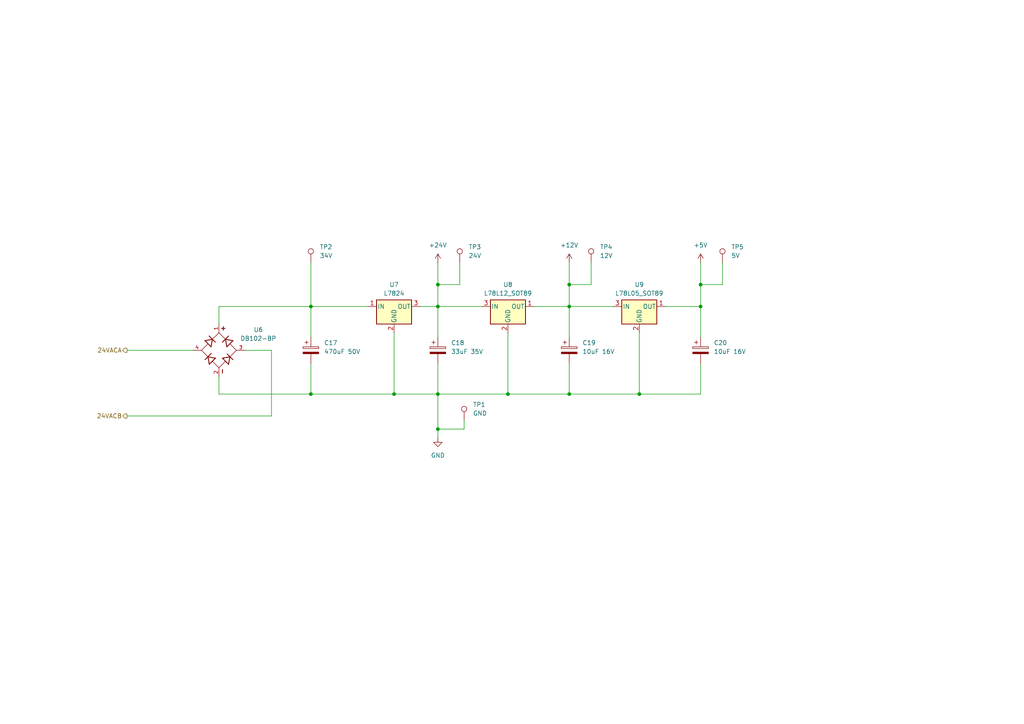
<source format=kicad_sch>
(kicad_sch (version 20231120) (generator "eeschema") (generator_version "8.0")
  (paper "A4")
  (lib_symbols
    (symbol "Connector:TestPoint" (pin_numbers hide) (pin_names (offset 0.762) hide)
      (property "Reference" "TP" (at 0 6.858 0))
      (property "Value" "TestPoint" (at 0 5.08 0))
      (symbol "TestPoint_0_1"
        (circle (center 0 3.302) (radius 0.762))
      )
      (symbol "TestPoint_1_1"
        (pin passive line (at 0 0 90) (length 2.54) (name "1") (number "1"))
      )
    )
    (symbol "Device:C_Polarized" (pin_numbers hide) (pin_names (offset 0.254))
      (property "Reference" "C" (at 0.635 2.54 0))
      (property "Value" "C_Polarized" (at 0.635 -2.54 0))
      (symbol "C_Polarized_0_1"
        (rectangle (start -2.286 0.508) (end 2.286 1.016))
        (polyline (pts (xy -1.778 2.286) (xy -0.762 2.286)))
        (polyline (pts (xy -1.27 2.794) (xy -1.27 1.778)))
        (rectangle (start 2.286 -0.508) (end -2.286 -1.016) (fill (type outline)))
      )
      (symbol "C_Polarized_1_1"
        (pin passive line (at 0 3.81 270) (length 2.794) (name "~") (number "1"))
        (pin passive line (at 0 -3.81 90) (length 2.794) (name "~") (number "2"))
      )
    )
    (symbol "Regulator_Linear:L7824" (pin_names (offset 0.254))
      (property "Reference" "U" (at -3.81 3.175 0))
      (property "Value" "L7824" (at 0 3.175 0))
      (symbol "L7824_0_1"
        (rectangle (start -5.08 1.905) (end 5.08 -5.08) (stroke (width 0.254)) (fill (type background)))
      )
      (symbol "L7824_1_1"
        (pin power_in line (at -7.62 0 0) (length 2.54) (name "IN") (number "1"))
        (pin power_in line (at 0 -7.62 90) (length 2.54) (name "GND") (number "2"))
        (pin power_out line (at 7.62 0 180) (length 2.54) (name "OUT") (number "3"))
      )
    )
    (symbol "Regulator_Linear:L78L05_SOT89" (pin_names (offset 0.254))
      (property "Reference" "U" (at -3.81 3.175 0))
      (property "Value" "L78L05_SOT89" (at -0.635 3.175 0))
      (symbol "L78L05_SOT89_0_1"
        (rectangle (start -5.08 1.905) (end 5.08 -5.08) (stroke (width 0.254)) (fill (type background)))
      )
      (symbol "L78L05_SOT89_1_1"
        (pin power_out line (at 7.62 0 180) (length 2.54) (name "OUT") (number "1"))
        (pin power_in line (at 0 -7.62 90) (length 2.54) (name "GND") (number "2"))
        (pin power_in line (at -7.62 0 0) (length 2.54) (name "IN") (number "3"))
      )
    )
    (symbol "Regulator_Linear:L78L12_SOT89" (pin_names (offset 0.254))
      (property "Reference" "U" (at -3.81 3.175 0))
      (property "Value" "L78L12_SOT89" (at -0.635 3.175 0))
      (symbol "L78L12_SOT89_0_1"
        (rectangle (start -5.08 1.905) (end 5.08 -5.08) (stroke (width 0.254)) (fill (type background)))
      )
      (symbol "L78L12_SOT89_1_1"
        (pin power_out line (at 7.62 0 180) (length 2.54) (name "OUT") (number "1"))
        (pin power_in line (at 0 -7.62 90) (length 2.54) (name "GND") (number "2"))
        (pin power_in line (at -7.62 0 0) (length 2.54) (name "IN") (number "3"))
      )
    )
    (symbol "gos:DB102-BP" (pin_names (offset 1.016))
      (property "Reference" "U" (at 5.08 5.08 0))
      (property "Value" "DB102-BP" (at 5.08 -7.62 0))
      (symbol "DB102-BP_0_0"
        (polyline (pts (xy -6.858 1.27) (xy -5.842 1.27)) (stroke (width 0.254)))
        (polyline (pts (xy -6.35 0.762) (xy -6.35 1.778)) (stroke (width 0.254)))
        (polyline (pts (xy -5.08 0) (xy -3.175 -1.905)) (stroke (width 0.1524)))
        (polyline (pts (xy -3.175 -1.905) (xy -2.794 -4.064)) (stroke (width 0.254)))
        (polyline (pts (xy -3.175 -1.905) (xy -1.016 -2.286)) (stroke (width 0.254)))
        (polyline (pts (xy -3.175 1.905) (xy -5.08 0)) (stroke (width 0.1524)))
        (polyline (pts (xy -3.175 1.905) (xy -2.794 4.064)) (stroke (width 0.254)))
        (polyline (pts (xy -3.175 1.905) (xy -1.016 2.286)) (stroke (width 0.254)))
        (polyline (pts (xy -2.3622 -1.0668) (xy -4.1402 -2.8448)) (stroke (width 0.254)))
        (polyline (pts (xy -2.3622 1.016) (xy -4.1402 2.794)) (stroke (width 0.254)))
        (polyline (pts (xy -1.016 -2.286) (xy -2.794 -4.064)) (stroke (width 0.254)))
        (polyline (pts (xy -1.016 2.286) (xy -2.794 4.064)) (stroke (width 0.254)))
        (polyline (pts (xy 0 -5.08) (xy -1.8034 -3.2766)) (stroke (width 0.1524)))
        (polyline (pts (xy 0 -5.08) (xy 1.905 -3.175)) (stroke (width 0.1524)))
        (polyline (pts (xy 0 5.08) (xy -1.8034 3.2766)) (stroke (width 0.1524)))
        (polyline (pts (xy 1.905 -3.175) (xy 2.286 -1.016)) (stroke (width 0.254)))
        (polyline (pts (xy 1.905 -3.175) (xy 4.064 -2.794)) (stroke (width 0.254)))
        (polyline (pts (xy 1.905 3.175) (xy 0 5.08)) (stroke (width 0.1524)))
        (polyline (pts (xy 1.905 3.175) (xy 2.286 1.016)) (stroke (width 0.254)))
        (polyline (pts (xy 1.905 3.175) (xy 4.064 2.794)) (stroke (width 0.254)))
        (polyline (pts (xy 2.7178 -4.0386) (xy 0.9398 -2.2606)) (stroke (width 0.254)))
        (polyline (pts (xy 2.7178 4.0386) (xy 1.0668 2.3876)) (stroke (width 0.254)))
        (polyline (pts (xy 3.2766 -1.8034) (xy 5.08 0)) (stroke (width 0.1524)))
        (polyline (pts (xy 4.064 -2.794) (xy 2.286 -1.016)) (stroke (width 0.254)))
        (polyline (pts (xy 4.064 2.794) (xy 2.286 1.016)) (stroke (width 0.254)))
        (polyline (pts (xy 5.08 0) (xy 3.2766 1.8034)) (stroke (width 0.1524)))
        (polyline (pts (xy 5.588 1.016) (xy 6.604 1.016)) (stroke (width 0.254)))
        (pin passive line (at -7.62 0 0) (length 2.54) (name "~") (number "1"))
        (pin passive line (at 7.62 0 180) (length 2.54) (name "~") (number "2"))
        (pin passive line (at 0 7.62 270) (length 2.54) (name "~") (number "3"))
        (pin passive line (at 0 -7.62 90) (length 2.54) (name "~") (number "4"))
      )
    )
    (symbol "power:+12V" (power) (pin_numbers hide) (pin_names (offset 0) hide)
      (property "Value" "+12V" (at 0 3.556 0))
      (symbol "+12V_0_1"
        (polyline (pts (xy -0.762 1.27) (xy 0 2.54)))
        (polyline (pts (xy 0 0) (xy 0 2.54)))
        (polyline (pts (xy 0 2.54) (xy 0.762 1.27)))
      )
      (symbol "+12V_1_1"
        (pin power_in line (at 0 0 90) (length 0) (name "~") (number "1"))
      )
    )
    (symbol "power:+24V" (power) (pin_numbers hide) (pin_names (offset 0) hide)
      (property "Value" "+24V" (at 0 3.556 0))
      (symbol "+24V_0_1"
        (polyline (pts (xy -0.762 1.27) (xy 0 2.54)))
        (polyline (pts (xy 0 0) (xy 0 2.54)))
        (polyline (pts (xy 0 2.54) (xy 0.762 1.27)))
      )
      (symbol "+24V_1_1"
        (pin power_in line (at 0 0 90) (length 0) (name "~") (number "1"))
      )
    )
    (symbol "power:+5V" (power) (pin_numbers hide) (pin_names (offset 0) hide)
      (property "Value" "+5V" (at 0 3.556 0))
      (symbol "+5V_0_1"
        (polyline (pts (xy -0.762 1.27) (xy 0 2.54)))
        (polyline (pts (xy 0 0) (xy 0 2.54)))
        (polyline (pts (xy 0 2.54) (xy 0.762 1.27)))
      )
      (symbol "+5V_1_1"
        (pin power_in line (at 0 0 90) (length 0) (name "~") (number "1"))
      )
    )
    (symbol "power:GND" (power) (pin_numbers hide) (pin_names (offset 0) hide)
      (property "Value" "GND" (at 0 -3.81 0))
      (symbol "GND_0_1"
        (polyline (pts (xy 0 0) (xy 0 -1.27) (xy 1.27 -1.27) (xy 0 -2.54) (xy -1.27 -1.27) (xy 0 -1.27)))
      )
      (symbol "GND_1_1"
        (pin power_in line (at 0 0 270) (length 0) (name "~") (number "1"))
      )
    )
  )
  (junction (at 147.32 114.3))
  (junction (at 165.1 114.3))
  (junction (at 127 88.9))
  (junction (at 203.2 88.9))
  (junction (at 203.2 82.55))
  (junction (at 127 82.55))
  (junction (at 165.1 88.9))
  (junction (at 90.17 114.3))
  (junction (at 90.17 88.9))
  (junction (at 114.3 114.3))
  (junction (at 165.1 82.55))
  (junction (at 185.42 114.3))
  (junction (at 127 114.3))
  (junction (at 127 124.46))
  (wire (pts (xy 185.42 96.52) (xy 185.42 114.3)))
  (wire (pts (xy 165.1 88.9) (xy 165.1 97.79)))
  (wire (pts (xy 133.35 76.2) (xy 133.35 82.55)))
  (wire (pts (xy 193.04 88.9) (xy 203.2 88.9)))
  (wire (pts (xy 127 88.9) (xy 139.7 88.9)))
  (wire (pts (xy 209.55 76.2) (xy 209.55 82.55)))
  (wire (pts (xy 63.5 88.9) (xy 90.17 88.9)))
  (wire (pts (xy 165.1 88.9) (xy 177.8 88.9)))
  (wire (pts (xy 134.62 124.46) (xy 127 124.46)))
  (wire (pts (xy 185.42 114.3) (xy 165.1 114.3)))
  (wire (pts (xy 90.17 114.3) (xy 114.3 114.3)))
  (wire (pts (xy 63.5 114.3) (xy 90.17 114.3)))
  (wire (pts (xy 114.3 96.52) (xy 114.3 114.3)))
  (wire (pts (xy 209.55 82.55) (xy 203.2 82.55)))
  (wire (pts (xy 127 114.3) (xy 147.32 114.3)))
  (wire (pts (xy 127 105.41) (xy 127 114.3)))
  (wire (pts (xy 171.45 82.55) (xy 165.1 82.55)))
  (wire (pts (xy 36.83 101.6) (xy 55.88 101.6)))
  (wire (pts (xy 114.3 114.3) (xy 127 114.3)))
  (wire (pts (xy 203.2 88.9) (xy 203.2 97.79)))
  (wire (pts (xy 78.74 101.6) (xy 71.12 101.6)))
  (wire (pts (xy 127 124.46) (xy 127 127)))
  (wire (pts (xy 147.32 114.3) (xy 165.1 114.3)))
  (wire (pts (xy 121.92 88.9) (xy 127 88.9)))
  (wire (pts (xy 165.1 114.3) (xy 165.1 105.41)))
  (wire (pts (xy 78.74 120.65) (xy 78.74 101.6)))
  (wire (pts (xy 147.32 96.52) (xy 147.32 114.3)))
  (wire (pts (xy 127 88.9) (xy 127 97.79)))
  (wire (pts (xy 90.17 114.3) (xy 90.17 105.41)))
  (wire (pts (xy 36.83 120.65) (xy 78.74 120.65)))
  (wire (pts (xy 90.17 76.2) (xy 90.17 88.9)))
  (wire (pts (xy 127 76.2) (xy 127 82.55)))
  (wire (pts (xy 154.94 88.9) (xy 165.1 88.9)))
  (wire (pts (xy 90.17 88.9) (xy 106.68 88.9)))
  (wire (pts (xy 63.5 109.22) (xy 63.5 114.3)))
  (wire (pts (xy 133.35 82.55) (xy 127 82.55)))
  (wire (pts (xy 134.62 121.92) (xy 134.62 124.46)))
  (wire (pts (xy 165.1 82.55) (xy 165.1 88.9)))
  (wire (pts (xy 203.2 114.3) (xy 185.42 114.3)))
  (wire (pts (xy 90.17 88.9) (xy 90.17 97.79)))
  (wire (pts (xy 165.1 76.2) (xy 165.1 82.55)))
  (wire (pts (xy 127 82.55) (xy 127 88.9)))
  (wire (pts (xy 171.45 76.2) (xy 171.45 82.55)))
  (wire (pts (xy 63.5 93.98) (xy 63.5 88.9)))
  (wire (pts (xy 203.2 88.9) (xy 203.2 82.55)))
  (wire (pts (xy 127 114.3) (xy 127 124.46)))
  (wire (pts (xy 203.2 105.41) (xy 203.2 114.3)))
  (wire (pts (xy 203.2 82.55) (xy 203.2 76.2)))
  (hierarchical_label "24VACA" (shape output) (at 36.83 101.6 180))
  (hierarchical_label "24VACB" (shape output) (at 36.83 120.65 180))
  (symbol (lib_id "power:+5V") (at 203.2 76.2 0) (unit 1)
    (property "Reference" "#PWR024" (effects (hide yes)))
    (property "Value" "+5V" (at 203.2 71.12 0))
    (property "Description" "Power symbol creates a global label with name \"+5V\"" (effects (hide yes)))
  )
  (symbol (lib_id "Regulator_Linear:L7824") (at 114.3 88.9 0) (unit 1)
    (property "Reference" "U7" (at 114.3 82.55 0))
    (property "Value" "L7824" (at 114.3 85.09 0))
    (property "Datasheet" "http://www.st.com/content/ccc/resource/technical/document/datasheet/41/4f/b3/b0/12/d4/47/88/CD00000444.pdf/files/CD00000444.pdf/jcr:content/translations/en.CD00000444.pdf" (effects (hide yes)))
    (property "Description" "Positive 1.5A 40V Linear Regulator, Fixed Output 24V, TO-220/TO-263/TO-252" (effects (hide yes)))
  )
  (symbol (lib_id "Connector:TestPoint") (at 133.35 76.2 0) (unit 1)
    (property "Reference" "TP3" (at 135.89 71.6279 0) (effects (justify left)))
    (property "Value" "24V" (at 135.89 74.1679 0) (effects (justify left)))
    (property "Description" "test point" (effects (hide yes)))
  )
  (symbol (lib_id "Connector:TestPoint") (at 90.17 76.2 0) (unit 1)
    (property "Reference" "TP2" (at 92.71 71.6279 0) (effects (justify left)))
    (property "Value" "34V" (at 92.71 74.1679 0) (effects (justify left)))
    (property "Description" "test point" (effects (hide yes)))
  )
  (symbol (lib_id "Device:C_Polarized") (at 203.2 101.6 0) (unit 1)
    (property "Reference" "C20" (at 207.01 99.4409 0) (effects (justify left)))
    (property "Value" "10uF 16V" (at 207.01 101.9809 0) (effects (justify left)))
    (property "Description" "Polarized capacitor" (effects (hide yes)))
  )
  (symbol (lib_id "Connector:TestPoint") (at 209.55 76.2 0) (unit 1)
    (property "Reference" "TP5" (at 212.09 71.6279 0) (effects (justify left)))
    (property "Value" "5V" (at 212.09 74.1679 0) (effects (justify left)))
    (property "Description" "test point" (effects (hide yes)))
  )
  (symbol (lib_id "Regulator_Linear:L78L12_SOT89") (at 147.32 88.9 0) (unit 1)
    (property "Reference" "U8" (at 147.32 82.55 0))
    (property "Value" "L78L12_SOT89" (at 147.32 85.09 0))
    (property "Footprint" "Package_TO_SOT_SMD:SOT-89-3" (effects (hide yes)))
    (property "Datasheet" "http://www.st.com/content/ccc/resource/technical/document/datasheet/15/55/e5/aa/23/5b/43/fd/CD00000446.pdf/files/CD00000446.pdf/jcr:content/translations/en.CD00000446.pdf" (effects (hide yes)))
    (property "Description" "Positive 100mA 30V Linear Regulator, Fixed Output 12V, SOT-89" (effects (hide yes)))
  )
  (symbol (lib_id "power:GND") (at 127 127 0) (unit 1)
    (property "Reference" "#PWR025" (effects (hide yes)))
    (property "Value" "GND" (at 127 132.08 0))
    (property "Description" "Power symbol creates a global label with name \"GND\" , ground" (effects (hide yes)))
  )
  (symbol (lib_id "Device:C_Polarized") (at 165.1 101.6 0) (unit 1)
    (property "Reference" "C19" (at 168.91 99.4409 0) (effects (justify left)))
    (property "Value" "10uF 16V" (at 168.91 101.9809 0) (effects (justify left)))
    (property "Description" "Polarized capacitor" (effects (hide yes)))
  )
  (symbol (lib_id "Connector:TestPoint") (at 134.62 121.92 0) (unit 1)
    (property "Reference" "TP1" (at 137.16 117.3479 0) (effects (justify left)))
    (property "Value" "GND" (at 137.16 119.8879 0) (effects (justify left)))
    (property "Description" "test point" (effects (hide yes)))
  )
  (symbol (lib_id "Connector:TestPoint") (at 171.45 76.2 0) (unit 1)
    (property "Reference" "TP4" (at 173.99 71.6279 0) (effects (justify left)))
    (property "Value" "12V" (at 173.99 74.1679 0) (effects (justify left)))
    (property "Description" "test point" (effects (hide yes)))
  )
  (symbol (lib_id "Device:C_Polarized") (at 127 101.6 0) (unit 1)
    (property "Reference" "C18" (at 130.81 99.4409 0) (effects (justify left)))
    (property "Value" "33uF 35V" (at 130.81 101.9809 0) (effects (justify left)))
    (property "Description" "Polarized capacitor" (effects (hide yes)))
  )
  (symbol (lib_id "Device:C_Polarized") (at 90.17 101.6 0) (unit 1)
    (property "Reference" "C17" (at 93.98 99.4409 0) (effects (justify left)))
    (property "Value" "470uF 50V" (at 93.98 101.9809 0) (effects (justify left)))
    (property "Description" "Polarized capacitor" (effects (hide yes)))
  )
  (symbol (lib_id "Regulator_Linear:L78L05_SOT89") (at 185.42 88.9 0) (unit 1)
    (property "Reference" "U9" (at 185.42 82.55 0))
    (property "Value" "L78L05_SOT89" (at 185.42 85.09 0))
    (property "Footprint" "Package_TO_SOT_SMD:SOT-89-3" (effects (hide yes)))
    (property "Datasheet" "http://www.st.com/content/ccc/resource/technical/document/datasheet/15/55/e5/aa/23/5b/43/fd/CD00000446.pdf/files/CD00000446.pdf/jcr:content/translations/en.CD00000446.pdf" (effects (hide yes)))
    (property "Description" "Positive 100mA 30V Linear Regulator, Fixed Output 5V, SOT-89" (effects (hide yes)))
  )
  (symbol (lib_id "power:+24V") (at 127 76.2 0) (unit 1)
    (property "Reference" "#PWR022" (effects (hide yes)))
    (property "Value" "+24V" (at 127 71.12 0))
    (property "Description" "Power symbol creates a global label with name \"+24V\"" (effects (hide yes)))
  )
  (symbol (lib_id "gos:DB102-BP") (at 63.5 101.6 270) (unit 1)
    (property "Reference" "U6" (at 74.93 95.6308 90))
    (property "Value" "DB102-BP" (at 74.93 98.1708 90))
    (property "Footprint" "gos:DIP776W48P510L828H480Q4" (effects (hide yes)))
    (property "PARTREV" "3-3" (effects (hide yes)))
    (property "MANUFACTURER" "Micro Commercial Components" (effects (hide yes)))
    (property "SNAPEDA_PN" "DB102" (effects (hide yes)))
    (property "MAXIMUM_PACKAGE_HEIGHT" "4.8 mm" (effects (hide yes)))
    (property "STANDARD" "IPC 7351B" (effects (hide yes)))
  )
  (symbol (lib_id "power:+12V") (at 165.1 76.2 0) (unit 1)
    (property "Reference" "#PWR023" (effects (hide yes)))
    (property "Value" "+12V" (at 165.1 71.12 0))
    (property "Description" "Power symbol creates a global label with name \"+12V\"" (effects (hide yes)))
  )
)
</source>
